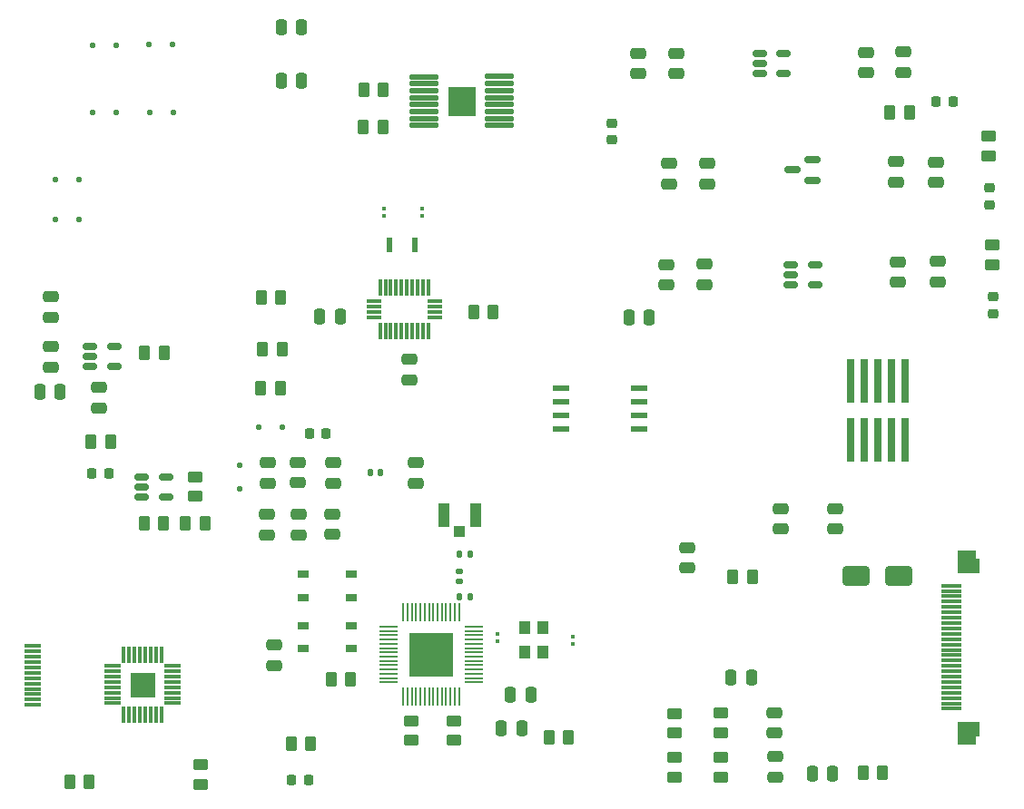
<source format=gbr>
%TF.GenerationSoftware,KiCad,Pcbnew,7.0.6-0*%
%TF.CreationDate,2024-11-22T12:27:14-08:00*%
%TF.ProjectId,OuterBoard_rev2.1,4f757465-7242-46f6-9172-645f72657632,rev?*%
%TF.SameCoordinates,Original*%
%TF.FileFunction,Paste,Top*%
%TF.FilePolarity,Positive*%
%FSLAX46Y46*%
G04 Gerber Fmt 4.6, Leading zero omitted, Abs format (unit mm)*
G04 Created by KiCad (PCBNEW 7.0.6-0) date 2024-11-22 12:27:14*
%MOMM*%
%LPD*%
G01*
G04 APERTURE LIST*
G04 Aperture macros list*
%AMRoundRect*
0 Rectangle with rounded corners*
0 $1 Rounding radius*
0 $2 $3 $4 $5 $6 $7 $8 $9 X,Y pos of 4 corners*
0 Add a 4 corners polygon primitive as box body*
4,1,4,$2,$3,$4,$5,$6,$7,$8,$9,$2,$3,0*
0 Add four circle primitives for the rounded corners*
1,1,$1+$1,$2,$3*
1,1,$1+$1,$4,$5*
1,1,$1+$1,$6,$7*
1,1,$1+$1,$8,$9*
0 Add four rect primitives between the rounded corners*
20,1,$1+$1,$2,$3,$4,$5,0*
20,1,$1+$1,$4,$5,$6,$7,0*
20,1,$1+$1,$6,$7,$8,$9,0*
20,1,$1+$1,$8,$9,$2,$3,0*%
G04 Aperture macros list end*
%ADD10C,0.010000*%
%ADD11RoundRect,0.250000X-0.475000X0.250000X-0.475000X-0.250000X0.475000X-0.250000X0.475000X0.250000X0*%
%ADD12R,1.050000X1.300000*%
%ADD13RoundRect,0.250000X-0.250000X-0.475000X0.250000X-0.475000X0.250000X0.475000X-0.250000X0.475000X0*%
%ADD14RoundRect,0.079500X0.100500X-0.079500X0.100500X0.079500X-0.100500X0.079500X-0.100500X-0.079500X0*%
%ADD15RoundRect,0.250000X0.475000X-0.250000X0.475000X0.250000X-0.475000X0.250000X-0.475000X-0.250000X0*%
%ADD16RoundRect,0.250000X-0.262500X-0.450000X0.262500X-0.450000X0.262500X0.450000X-0.262500X0.450000X0*%
%ADD17RoundRect,0.045000X-1.293000X-0.180000X1.293000X-0.180000X1.293000X0.180000X-1.293000X0.180000X0*%
%ADD18RoundRect,0.046800X-1.291200X-0.187200X1.291200X-0.187200X1.291200X0.187200X-1.291200X0.187200X0*%
%ADD19RoundRect,0.049000X-1.289000X-0.196000X1.289000X-0.196000X1.289000X0.196000X-1.289000X0.196000X0*%
%ADD20R,1.050000X2.200000*%
%ADD21R,1.050000X1.000000*%
%ADD22R,1.620000X0.350000*%
%ADD23RoundRect,0.125000X0.125000X0.125000X-0.125000X0.125000X-0.125000X-0.125000X0.125000X-0.125000X0*%
%ADD24RoundRect,0.250000X0.262500X0.450000X-0.262500X0.450000X-0.262500X-0.450000X0.262500X-0.450000X0*%
%ADD25RoundRect,0.150000X-0.512500X-0.150000X0.512500X-0.150000X0.512500X0.150000X-0.512500X0.150000X0*%
%ADD26R,1.968000X0.312000*%
%ADD27R,1.968000X0.300000*%
%ADD28RoundRect,0.079500X-0.100500X0.079500X-0.100500X-0.079500X0.100500X-0.079500X0.100500X0.079500X0*%
%ADD29RoundRect,0.125000X-0.125000X-0.125000X0.125000X-0.125000X0.125000X0.125000X-0.125000X0.125000X0*%
%ADD30RoundRect,0.218750X0.256250X-0.218750X0.256250X0.218750X-0.256250X0.218750X-0.256250X-0.218750X0*%
%ADD31RoundRect,0.225000X-0.250000X0.225000X-0.250000X-0.225000X0.250000X-0.225000X0.250000X0.225000X0*%
%ADD32RoundRect,0.250000X1.000000X0.650000X-1.000000X0.650000X-1.000000X-0.650000X1.000000X-0.650000X0*%
%ADD33RoundRect,0.250000X0.450000X-0.262500X0.450000X0.262500X-0.450000X0.262500X-0.450000X-0.262500X0*%
%ADD34RoundRect,0.250000X-0.450000X0.262500X-0.450000X-0.262500X0.450000X-0.262500X0.450000X0.262500X0*%
%ADD35RoundRect,0.218750X-0.218750X-0.256250X0.218750X-0.256250X0.218750X0.256250X-0.218750X0.256250X0*%
%ADD36RoundRect,0.147500X-0.147500X-0.172500X0.147500X-0.172500X0.147500X0.172500X-0.147500X0.172500X0*%
%ADD37RoundRect,0.150000X0.587500X0.150000X-0.587500X0.150000X-0.587500X-0.150000X0.587500X-0.150000X0*%
%ADD38RoundRect,0.218750X0.218750X0.256250X-0.218750X0.256250X-0.218750X-0.256250X0.218750X-0.256250X0*%
%ADD39R,0.300000X1.494000*%
%ADD40R,1.456000X0.300000*%
%ADD41RoundRect,0.147500X0.172500X-0.147500X0.172500X0.147500X-0.172500X0.147500X-0.172500X-0.147500X0*%
%ADD42RoundRect,0.033750X-0.101250X0.721750X-0.101250X-0.721750X0.101250X-0.721750X0.101250X0.721750X0*%
%ADD43RoundRect,0.033750X-0.721750X0.101250X-0.721750X-0.101250X0.721750X-0.101250X0.721750X0.101250X0*%
%ADD44RoundRect,0.125000X-0.125000X0.125000X-0.125000X-0.125000X0.125000X-0.125000X0.125000X0.125000X0*%
%ADD45RoundRect,0.140000X-0.140000X-0.170000X0.140000X-0.170000X0.140000X0.170000X-0.140000X0.170000X0*%
%ADD46RoundRect,0.250000X0.250000X0.475000X-0.250000X0.475000X-0.250000X-0.475000X0.250000X-0.475000X0*%
%ADD47R,1.549400X0.558800*%
%ADD48R,0.660400X4.190302*%
%ADD49R,0.990600X0.711200*%
%ADD50R,0.609600X1.397000*%
%ADD51R,0.199200X1.750999*%
%ADD52R,0.191598X1.750999*%
%ADD53R,1.750999X0.199200*%
%ADD54R,1.750999X0.191598*%
%ADD55R,0.223600X1.750999*%
%ADD56R,0.199198X1.750999*%
%ADD57R,1.750999X0.199198*%
%ADD58R,1.750999X0.229600*%
%ADD59R,4.038600X4.038600*%
G04 APERTURE END LIST*
%TO.C,U2*%
D10*
X130388000Y-69069600D02*
X130390000Y-69069600D01*
X130393000Y-69070600D01*
X130395000Y-69070600D01*
X130398000Y-69071600D01*
X130400000Y-69072600D01*
X130403000Y-69073600D01*
X130405000Y-69075600D01*
X130407000Y-69076600D01*
X130409000Y-69078600D01*
X130411000Y-69079600D01*
X130413000Y-69081600D01*
X130415000Y-69083600D01*
X130417000Y-69085600D01*
X130419000Y-69087600D01*
X130420000Y-69089600D01*
X130422000Y-69091600D01*
X130423000Y-69093600D01*
X130425000Y-69095600D01*
X130426000Y-69098600D01*
X130427000Y-69100600D01*
X130428000Y-69103600D01*
X130428000Y-69105600D01*
X130429000Y-69108600D01*
X130429000Y-69110600D01*
X130430000Y-69113600D01*
X130430000Y-69115600D01*
X130430000Y-69118600D01*
X130430000Y-71658600D01*
X130430000Y-71661600D01*
X130430000Y-71663600D01*
X130429000Y-71666600D01*
X130429000Y-71668600D01*
X130428000Y-71671600D01*
X130428000Y-71673600D01*
X130427000Y-71676600D01*
X130426000Y-71678600D01*
X130425000Y-71681600D01*
X130423000Y-71683600D01*
X130422000Y-71685600D01*
X130420000Y-71687600D01*
X130419000Y-71689600D01*
X130417000Y-71691600D01*
X130415000Y-71693600D01*
X130413000Y-71695600D01*
X130411000Y-71697600D01*
X130409000Y-71698600D01*
X130407000Y-71700600D01*
X130405000Y-71701600D01*
X130403000Y-71703600D01*
X130400000Y-71704600D01*
X130398000Y-71705600D01*
X130395000Y-71706600D01*
X130393000Y-71706600D01*
X130390000Y-71707600D01*
X130388000Y-71707600D01*
X130385000Y-71708600D01*
X130383000Y-71708600D01*
X130380000Y-71708600D01*
X127980000Y-71708600D01*
X127977000Y-71708600D01*
X127975000Y-71708600D01*
X127972000Y-71707600D01*
X127970000Y-71707600D01*
X127967000Y-71706600D01*
X127965000Y-71706600D01*
X127962000Y-71705600D01*
X127960000Y-71704600D01*
X127957000Y-71703600D01*
X127955000Y-71701600D01*
X127953000Y-71700600D01*
X127951000Y-71698600D01*
X127949000Y-71697600D01*
X127947000Y-71695600D01*
X127945000Y-71693600D01*
X127943000Y-71691600D01*
X127941000Y-71689600D01*
X127940000Y-71687600D01*
X127938000Y-71685600D01*
X127937000Y-71683600D01*
X127935000Y-71681600D01*
X127934000Y-71678600D01*
X127933000Y-71676600D01*
X127932000Y-71673600D01*
X127932000Y-71671600D01*
X127931000Y-71668600D01*
X127931000Y-71666600D01*
X127930000Y-71663600D01*
X127930000Y-71661600D01*
X127930000Y-71658600D01*
X127930000Y-69118600D01*
X127930000Y-69115600D01*
X127930000Y-69113600D01*
X127931000Y-69110600D01*
X127931000Y-69108600D01*
X127932000Y-69105600D01*
X127932000Y-69103600D01*
X127933000Y-69100600D01*
X127934000Y-69098600D01*
X127935000Y-69095600D01*
X127937000Y-69093600D01*
X127938000Y-69091600D01*
X127940000Y-69089600D01*
X127941000Y-69087600D01*
X127943000Y-69085600D01*
X127945000Y-69083600D01*
X127947000Y-69081600D01*
X127949000Y-69079600D01*
X127951000Y-69078600D01*
X127953000Y-69076600D01*
X127955000Y-69075600D01*
X127957000Y-69073600D01*
X127960000Y-69072600D01*
X127962000Y-69071600D01*
X127965000Y-69070600D01*
X127967000Y-69070600D01*
X127970000Y-69069600D01*
X127972000Y-69069600D01*
X127975000Y-69068600D01*
X127977000Y-69068600D01*
X127980000Y-69068600D01*
X130380000Y-69068600D01*
X130383000Y-69068600D01*
X130385000Y-69068600D01*
X130388000Y-69069600D01*
G36*
X130388000Y-69069600D02*
G01*
X130390000Y-69069600D01*
X130393000Y-69070600D01*
X130395000Y-69070600D01*
X130398000Y-69071600D01*
X130400000Y-69072600D01*
X130403000Y-69073600D01*
X130405000Y-69075600D01*
X130407000Y-69076600D01*
X130409000Y-69078600D01*
X130411000Y-69079600D01*
X130413000Y-69081600D01*
X130415000Y-69083600D01*
X130417000Y-69085600D01*
X130419000Y-69087600D01*
X130420000Y-69089600D01*
X130422000Y-69091600D01*
X130423000Y-69093600D01*
X130425000Y-69095600D01*
X130426000Y-69098600D01*
X130427000Y-69100600D01*
X130428000Y-69103600D01*
X130428000Y-69105600D01*
X130429000Y-69108600D01*
X130429000Y-69110600D01*
X130430000Y-69113600D01*
X130430000Y-69115600D01*
X130430000Y-69118600D01*
X130430000Y-71658600D01*
X130430000Y-71661600D01*
X130430000Y-71663600D01*
X130429000Y-71666600D01*
X130429000Y-71668600D01*
X130428000Y-71671600D01*
X130428000Y-71673600D01*
X130427000Y-71676600D01*
X130426000Y-71678600D01*
X130425000Y-71681600D01*
X130423000Y-71683600D01*
X130422000Y-71685600D01*
X130420000Y-71687600D01*
X130419000Y-71689600D01*
X130417000Y-71691600D01*
X130415000Y-71693600D01*
X130413000Y-71695600D01*
X130411000Y-71697600D01*
X130409000Y-71698600D01*
X130407000Y-71700600D01*
X130405000Y-71701600D01*
X130403000Y-71703600D01*
X130400000Y-71704600D01*
X130398000Y-71705600D01*
X130395000Y-71706600D01*
X130393000Y-71706600D01*
X130390000Y-71707600D01*
X130388000Y-71707600D01*
X130385000Y-71708600D01*
X130383000Y-71708600D01*
X130380000Y-71708600D01*
X127980000Y-71708600D01*
X127977000Y-71708600D01*
X127975000Y-71708600D01*
X127972000Y-71707600D01*
X127970000Y-71707600D01*
X127967000Y-71706600D01*
X127965000Y-71706600D01*
X127962000Y-71705600D01*
X127960000Y-71704600D01*
X127957000Y-71703600D01*
X127955000Y-71701600D01*
X127953000Y-71700600D01*
X127951000Y-71698600D01*
X127949000Y-71697600D01*
X127947000Y-71695600D01*
X127945000Y-71693600D01*
X127943000Y-71691600D01*
X127941000Y-71689600D01*
X127940000Y-71687600D01*
X127938000Y-71685600D01*
X127937000Y-71683600D01*
X127935000Y-71681600D01*
X127934000Y-71678600D01*
X127933000Y-71676600D01*
X127932000Y-71673600D01*
X127932000Y-71671600D01*
X127931000Y-71668600D01*
X127931000Y-71666600D01*
X127930000Y-71663600D01*
X127930000Y-71661600D01*
X127930000Y-71658600D01*
X127930000Y-69118600D01*
X127930000Y-69115600D01*
X127930000Y-69113600D01*
X127931000Y-69110600D01*
X127931000Y-69108600D01*
X127932000Y-69105600D01*
X127932000Y-69103600D01*
X127933000Y-69100600D01*
X127934000Y-69098600D01*
X127935000Y-69095600D01*
X127937000Y-69093600D01*
X127938000Y-69091600D01*
X127940000Y-69089600D01*
X127941000Y-69087600D01*
X127943000Y-69085600D01*
X127945000Y-69083600D01*
X127947000Y-69081600D01*
X127949000Y-69079600D01*
X127951000Y-69078600D01*
X127953000Y-69076600D01*
X127955000Y-69075600D01*
X127957000Y-69073600D01*
X127960000Y-69072600D01*
X127962000Y-69071600D01*
X127965000Y-69070600D01*
X127967000Y-69070600D01*
X127970000Y-69069600D01*
X127972000Y-69069600D01*
X127975000Y-69068600D01*
X127977000Y-69068600D01*
X127980000Y-69068600D01*
X130380000Y-69068600D01*
X130383000Y-69068600D01*
X130385000Y-69068600D01*
X130388000Y-69069600D01*
G37*
%TO.C,J10*%
X177431800Y-129611200D02*
X177081800Y-129611200D01*
X177081800Y-130411200D01*
X175481800Y-130411200D01*
X175481800Y-128311200D01*
X177431800Y-128311200D01*
X177431800Y-129611200D01*
G36*
X177431800Y-129611200D02*
G01*
X177081800Y-129611200D01*
X177081800Y-130411200D01*
X175481800Y-130411200D01*
X175481800Y-128311200D01*
X177431800Y-128311200D01*
X177431800Y-129611200D01*
G37*
X177081800Y-113111200D02*
X177431800Y-113111200D01*
X177431800Y-114411200D01*
X175481800Y-114411200D01*
X175481800Y-112311200D01*
X177081800Y-112311200D01*
X177081800Y-113111200D01*
G36*
X177081800Y-113111200D02*
G01*
X177431800Y-113111200D01*
X177431800Y-114411200D01*
X175481800Y-114411200D01*
X175481800Y-112311200D01*
X177081800Y-112311200D01*
X177081800Y-113111200D01*
G37*
%TO.C,U7*%
X100495600Y-125932000D02*
X98335600Y-125932000D01*
X98335600Y-123772000D01*
X100495600Y-123772000D01*
X100495600Y-125932000D01*
G36*
X100495600Y-125932000D02*
G01*
X98335600Y-125932000D01*
X98335600Y-123772000D01*
X100495600Y-123772000D01*
X100495600Y-125932000D01*
G37*
%TO.C,U9*%
G36*
X128255900Y-121275899D02*
G01*
X127109700Y-121275899D01*
X127109700Y-120129699D01*
X128255900Y-120129699D01*
X128255900Y-121275899D01*
G37*
G36*
X126909700Y-121275899D02*
G01*
X125763500Y-121275899D01*
X125763500Y-120129699D01*
X126909700Y-120129699D01*
X126909700Y-121275899D01*
G37*
G36*
X125563500Y-121275899D02*
G01*
X124417300Y-121275899D01*
X124417300Y-120129699D01*
X125563500Y-120129699D01*
X125563500Y-121275899D01*
G37*
G36*
X128255900Y-122622099D02*
G01*
X127109700Y-122622099D01*
X127109700Y-121475899D01*
X128255900Y-121475899D01*
X128255900Y-122622099D01*
G37*
G36*
X126909700Y-122622099D02*
G01*
X125763500Y-122622099D01*
X125763500Y-121475899D01*
X126909700Y-121475899D01*
X126909700Y-122622099D01*
G37*
G36*
X125563500Y-122622099D02*
G01*
X124417300Y-122622099D01*
X124417300Y-121475899D01*
X125563500Y-121475899D01*
X125563500Y-122622099D01*
G37*
G36*
X128255900Y-123968299D02*
G01*
X127109700Y-123968299D01*
X127109700Y-122822099D01*
X128255900Y-122822099D01*
X128255900Y-123968299D01*
G37*
G36*
X126909700Y-123968299D02*
G01*
X125763500Y-123968299D01*
X125763500Y-122822099D01*
X126909700Y-122822099D01*
X126909700Y-123968299D01*
G37*
G36*
X125563500Y-123968299D02*
G01*
X124417300Y-123968299D01*
X124417300Y-122822099D01*
X125563500Y-122822099D01*
X125563500Y-123968299D01*
G37*
%TD*%
D11*
%TO.C,C16*%
X170357800Y-65809500D03*
X170357800Y-67709500D03*
%TD*%
D12*
%TO.C,Y1*%
X135029000Y-119532400D03*
X135029000Y-121832400D03*
X136779000Y-121832400D03*
X136779000Y-119532400D03*
%TD*%
D13*
%TO.C,C32*%
X133720800Y-125831600D03*
X135620800Y-125831600D03*
%TD*%
D11*
%TO.C,C27*%
X173380400Y-76071100D03*
X173380400Y-77971100D03*
%TD*%
D14*
%TO.C,C43*%
X139547600Y-121035200D03*
X139547600Y-120345200D03*
%TD*%
D15*
%TO.C,C12*%
X163982400Y-110322400D03*
X163982400Y-108422400D03*
%TD*%
D16*
%TO.C,R13*%
X99571800Y-109829600D03*
X101396800Y-109829600D03*
%TD*%
D17*
%TO.C,U2*%
X125692000Y-68113600D03*
X125692000Y-68763600D03*
X125692000Y-69413600D03*
X125692000Y-70063600D03*
X125692000Y-70713600D03*
X125692000Y-71363600D03*
X125692000Y-72013600D03*
D18*
X125692000Y-72654600D03*
D17*
X132668000Y-72663600D03*
X132668000Y-72013600D03*
X132668000Y-71363600D03*
X132668000Y-70713600D03*
X132668000Y-70063600D03*
X132668000Y-69413600D03*
X132668000Y-68763600D03*
D19*
X132668000Y-68093600D03*
%TD*%
D13*
%TO.C,C7*%
X89829600Y-97536000D03*
X91729600Y-97536000D03*
%TD*%
D15*
%TO.C,C9*%
X158953200Y-110347800D03*
X158953200Y-108447800D03*
%TD*%
D14*
%TO.C,C31*%
X125501400Y-81081000D03*
X125501400Y-80391000D03*
%TD*%
D11*
%TO.C,C40*%
X113944400Y-108966000D03*
X113944400Y-110866000D03*
%TD*%
D20*
%TO.C,ANT1*%
X127506200Y-109041200D03*
X130456200Y-109041200D03*
D21*
X128981200Y-110566200D03*
%TD*%
D11*
%TO.C,C39*%
X111048800Y-108966000D03*
X111048800Y-110866000D03*
%TD*%
D22*
%TO.C,J42*%
X89211700Y-121252800D03*
X89211700Y-121752800D03*
X89211700Y-122252800D03*
X89211700Y-122752800D03*
X89211700Y-123252800D03*
X89211700Y-123752800D03*
X89211700Y-124252800D03*
X89211700Y-124752800D03*
X89211700Y-125252800D03*
X89211700Y-125752800D03*
X89211700Y-126252800D03*
X89211700Y-126752800D03*
%TD*%
D11*
%TO.C,C24*%
X169900600Y-85418300D03*
X169900600Y-87318300D03*
%TD*%
%TO.C,C20*%
X148539200Y-76198100D03*
X148539200Y-78098100D03*
%TD*%
%TO.C,C21*%
X151866600Y-85621500D03*
X151866600Y-87521500D03*
%TD*%
%TO.C,FB1*%
X150215600Y-112064800D03*
X150215600Y-113964800D03*
%TD*%
D23*
%TO.C,D15*%
X112471200Y-100787200D03*
X110271200Y-100787200D03*
%TD*%
D11*
%TO.C,C37*%
X117181700Y-104140000D03*
X117181700Y-106040000D03*
%TD*%
%TO.C,C23*%
X111709200Y-121158000D03*
X111709200Y-123058000D03*
%TD*%
D24*
%TO.C,R20*%
X112268000Y-97180400D03*
X110443000Y-97180400D03*
%TD*%
D25*
%TO.C,U3*%
X99344900Y-105476000D03*
X99344900Y-106426000D03*
X99344900Y-107376000D03*
X101619900Y-107376000D03*
X101619900Y-105476000D03*
%TD*%
D11*
%TO.C,C11*%
X145643600Y-65911100D03*
X145643600Y-67811100D03*
%TD*%
%TO.C,C8*%
X95351600Y-97129600D03*
X95351600Y-99029600D03*
%TD*%
D16*
%TO.C,R6*%
X154461200Y-114782600D03*
X156286200Y-114782600D03*
%TD*%
D26*
%TO.C,J10*%
X174897800Y-127105200D03*
D27*
X174897800Y-126611200D03*
X174897800Y-126111200D03*
X174897800Y-125611200D03*
X174897800Y-125111200D03*
X174897800Y-124611200D03*
X174897800Y-124111200D03*
X174897800Y-123611200D03*
X174897800Y-123111200D03*
X174897800Y-122611200D03*
X174897800Y-122111200D03*
X174897800Y-121611200D03*
X174897800Y-121111200D03*
X174897800Y-120611200D03*
X174897800Y-120111200D03*
X174897800Y-119611200D03*
X174897800Y-119111200D03*
X174897800Y-118611200D03*
X174897800Y-118111200D03*
X174897800Y-117611200D03*
X174897800Y-117111200D03*
X174897800Y-116611200D03*
X174897800Y-116111200D03*
X174897800Y-115611200D03*
%TD*%
D28*
%TO.C,C45*%
X132486400Y-120142000D03*
X132486400Y-120832000D03*
%TD*%
D29*
%TO.C,D2*%
X94751800Y-71424800D03*
X96951800Y-71424800D03*
%TD*%
D30*
%TO.C,D11*%
X178790600Y-90242600D03*
X178790600Y-88667600D03*
%TD*%
D24*
%TO.C,R3*%
X121869200Y-69342000D03*
X120044200Y-69342000D03*
%TD*%
D13*
%TO.C,C42*%
X132872400Y-128930400D03*
X134772400Y-128930400D03*
%TD*%
D29*
%TO.C,D3*%
X100017400Y-65125600D03*
X102217400Y-65125600D03*
%TD*%
D31*
%TO.C,C5*%
X143230600Y-72440800D03*
X143230600Y-73990800D03*
%TD*%
D32*
%TO.C,D7*%
X169970200Y-114731800D03*
X165970200Y-114731800D03*
%TD*%
D33*
%TO.C,R23*%
X178689000Y-85668500D03*
X178689000Y-83843500D03*
%TD*%
%TO.C,R7*%
X153314400Y-129360300D03*
X153314400Y-127535300D03*
%TD*%
D34*
%TO.C,R26*%
X104800400Y-132334000D03*
X104800400Y-134159000D03*
%TD*%
D35*
%TO.C,D13*%
X94691000Y-105156000D03*
X96266000Y-105156000D03*
%TD*%
%TO.C,D9*%
X113309200Y-133756400D03*
X114884200Y-133756400D03*
%TD*%
D24*
%TO.C,R25*%
X96418400Y-102158800D03*
X94593400Y-102158800D03*
%TD*%
D36*
%TO.C,L2*%
X120645200Y-105054400D03*
X121615200Y-105054400D03*
%TD*%
D14*
%TO.C,C30*%
X121945400Y-81117000D03*
X121945400Y-80427000D03*
%TD*%
D33*
%TO.C,R8*%
X153314400Y-133473200D03*
X153314400Y-131648200D03*
%TD*%
D11*
%TO.C,C29*%
X124307600Y-94513400D03*
X124307600Y-96413400D03*
%TD*%
D15*
%TO.C,C14*%
X158394400Y-133487200D03*
X158394400Y-131587200D03*
%TD*%
D25*
%TO.C,U4*%
X156957600Y-65946700D03*
X156957600Y-66896700D03*
X156957600Y-67846700D03*
X159232600Y-67846700D03*
X159232600Y-65946700D03*
%TD*%
D11*
%TO.C,C4*%
X90855800Y-93319600D03*
X90855800Y-95219600D03*
%TD*%
%TO.C,C26*%
X173609000Y-85367500D03*
X173609000Y-87267500D03*
%TD*%
D33*
%TO.C,R4*%
X104343200Y-107285800D03*
X104343200Y-105460800D03*
%TD*%
D24*
%TO.C,R5*%
X168427400Y-133121400D03*
X166602400Y-133121400D03*
%TD*%
D37*
%TO.C,U6*%
X161911200Y-77767900D03*
X161911200Y-75867900D03*
X160036200Y-76817900D03*
%TD*%
D11*
%TO.C,C25*%
X169672000Y-76041500D03*
X169672000Y-77941500D03*
%TD*%
D13*
%TO.C,C2*%
X112374600Y-68453000D03*
X114274600Y-68453000D03*
%TD*%
D11*
%TO.C,C41*%
X117144800Y-108955800D03*
X117144800Y-110855800D03*
%TD*%
%TO.C,C36*%
X113893600Y-104114600D03*
X113893600Y-106014600D03*
%TD*%
D33*
%TO.C,R24*%
X178308000Y-75483000D03*
X178308000Y-73658000D03*
%TD*%
D16*
%TO.C,R27*%
X92610300Y-133908800D03*
X94435300Y-133908800D03*
%TD*%
D38*
%TO.C,D14*%
X116535200Y-101396800D03*
X114960200Y-101396800D03*
%TD*%
D34*
%TO.C,R31*%
X124460000Y-128219200D03*
X124460000Y-130044200D03*
%TD*%
D13*
%TO.C,C18*%
X154320200Y-124206000D03*
X156220200Y-124206000D03*
%TD*%
D33*
%TO.C,R9*%
X149021800Y-129383800D03*
X149021800Y-127558800D03*
%TD*%
D34*
%TO.C,R10*%
X148996400Y-131673600D03*
X148996400Y-133498600D03*
%TD*%
D11*
%TO.C,C22*%
X152095200Y-76198100D03*
X152095200Y-78098100D03*
%TD*%
D16*
%TO.C,R14*%
X103432600Y-109829600D03*
X105257600Y-109829600D03*
%TD*%
%TO.C,R18*%
X130305800Y-90043000D03*
X132130800Y-90043000D03*
%TD*%
D39*
%TO.C,U8*%
X121573900Y-87780800D03*
D40*
X120995900Y-89077800D03*
X120995900Y-89577800D03*
X120995900Y-90077800D03*
X120995900Y-90577800D03*
D39*
X121573900Y-91874800D03*
X122073900Y-91874800D03*
X122573900Y-91874800D03*
X123073900Y-91874800D03*
X123573900Y-91874800D03*
X124073900Y-91874800D03*
X124573900Y-91874800D03*
X125073900Y-91874800D03*
X125573900Y-91874800D03*
X126073900Y-91874800D03*
D40*
X126651900Y-90577800D03*
X126651900Y-90077800D03*
X126651900Y-89577800D03*
X126651900Y-89077800D03*
D39*
X126073900Y-87780800D03*
X125573900Y-87780800D03*
X125073900Y-87780800D03*
X124573900Y-87780800D03*
X124073900Y-87780800D03*
X123573900Y-87780800D03*
X123073900Y-87780800D03*
X122573900Y-87780800D03*
X122073900Y-87780800D03*
%TD*%
D11*
%TO.C,C38*%
X124891800Y-104165400D03*
X124891800Y-106065400D03*
%TD*%
D41*
%TO.C,L1*%
X128981200Y-115219200D03*
X128981200Y-114249200D03*
%TD*%
D16*
%TO.C,R15*%
X113287800Y-130352800D03*
X115112800Y-130352800D03*
%TD*%
D24*
%TO.C,R16*%
X112316900Y-88696800D03*
X110491900Y-88696800D03*
%TD*%
D42*
%TO.C,U7*%
X101165600Y-122051500D03*
X100665600Y-122051500D03*
X100165600Y-122051500D03*
X99665600Y-122051500D03*
X99165600Y-122051500D03*
X98665600Y-122051500D03*
X98165600Y-122051500D03*
X97665600Y-122051500D03*
D43*
X96615100Y-123102000D03*
X96615100Y-123602000D03*
X96615100Y-124102000D03*
X96615100Y-124602000D03*
X96615100Y-125102000D03*
X96615100Y-125602000D03*
X96615100Y-126102000D03*
X96615100Y-126602000D03*
D42*
X97665600Y-127652500D03*
X98165600Y-127652500D03*
X98665600Y-127652500D03*
X99165600Y-127652500D03*
X99665600Y-127652500D03*
X100165600Y-127652500D03*
X100665600Y-127652500D03*
X101165600Y-127652500D03*
D43*
X102216100Y-126602000D03*
X102216100Y-126102000D03*
X102216100Y-125602000D03*
X102216100Y-125102000D03*
X102216100Y-124602000D03*
X102216100Y-124102000D03*
X102216100Y-123602000D03*
X102216100Y-123102000D03*
%TD*%
D44*
%TO.C,D8*%
X108458000Y-104343200D03*
X108458000Y-106543200D03*
%TD*%
D24*
%TO.C,R2*%
X121843800Y-72796400D03*
X120018800Y-72796400D03*
%TD*%
D29*
%TO.C,D1*%
X94777200Y-65151000D03*
X96977200Y-65151000D03*
%TD*%
D45*
%TO.C,C35*%
X128986400Y-116662200D03*
X129946400Y-116662200D03*
%TD*%
D46*
%TO.C,C44*%
X146669800Y-90551000D03*
X144769800Y-90551000D03*
%TD*%
D47*
%TO.C,U11*%
X138455400Y-97155000D03*
X138455400Y-98425000D03*
X138455400Y-99695000D03*
X138455400Y-100965000D03*
X145719800Y-100965000D03*
X145719800Y-99695000D03*
X145719800Y-98425000D03*
X145719800Y-97155000D03*
%TD*%
D25*
%TO.C,U5*%
X159904000Y-85636700D03*
X159904000Y-86586700D03*
X159904000Y-87536700D03*
X162179000Y-87536700D03*
X162179000Y-85636700D03*
%TD*%
D30*
%TO.C,D12*%
X178409600Y-80059000D03*
X178409600Y-78484000D03*
%TD*%
D11*
%TO.C,C10*%
X149174200Y-65926300D03*
X149174200Y-67826300D03*
%TD*%
D16*
%TO.C,R1*%
X99593400Y-93853000D03*
X101418400Y-93853000D03*
%TD*%
D15*
%TO.C,C3*%
X90830400Y-90571400D03*
X90830400Y-88671400D03*
%TD*%
D35*
%TO.C,D10*%
X173431000Y-70408800D03*
X175006000Y-70408800D03*
%TD*%
D11*
%TO.C,C19*%
X148259800Y-85632100D03*
X148259800Y-87532100D03*
%TD*%
D15*
%TO.C,C17*%
X158343600Y-129372400D03*
X158343600Y-127472400D03*
%TD*%
D16*
%TO.C,R19*%
X137339700Y-129794000D03*
X139164700Y-129794000D03*
%TD*%
D11*
%TO.C,C13*%
X166878000Y-65824700D03*
X166878000Y-67724700D03*
%TD*%
D23*
%TO.C,D5*%
X93522800Y-77724000D03*
X91322800Y-77724000D03*
%TD*%
D16*
%TO.C,R17*%
X110593500Y-93573600D03*
X112418500Y-93573600D03*
%TD*%
D23*
%TO.C,D6*%
X93505200Y-81432400D03*
X91305200Y-81432400D03*
%TD*%
D48*
%TO.C,J11*%
X165430200Y-96545749D03*
X166700200Y-96545749D03*
X167970200Y-96545749D03*
X169240200Y-96545749D03*
X170510200Y-96545749D03*
X165430200Y-102007447D03*
X166700200Y-102007447D03*
X167970200Y-102007447D03*
X169240200Y-102007447D03*
X170510200Y-102007447D03*
%TD*%
D49*
%TO.C,SW2*%
X114393150Y-119346401D03*
X118893152Y-119346401D03*
X114393150Y-121496399D03*
X118893152Y-121496399D03*
%TD*%
D13*
%TO.C,C1*%
X112374600Y-63474600D03*
X114274600Y-63474600D03*
%TD*%
D25*
%TO.C,U1*%
X94499000Y-93294200D03*
X94499000Y-94244200D03*
X94499000Y-95194200D03*
X96774000Y-95194200D03*
X96774000Y-93294200D03*
%TD*%
D45*
%TO.C,C33*%
X128986400Y-112674400D03*
X129946400Y-112674400D03*
%TD*%
D23*
%TO.C,D4*%
X102260400Y-71450200D03*
X100060400Y-71450200D03*
%TD*%
D24*
%TO.C,R12*%
X118819300Y-124333000D03*
X116994300Y-124333000D03*
%TD*%
D49*
%TO.C,SW1*%
X114393150Y-114575301D03*
X118893152Y-114575301D03*
X114393150Y-116725299D03*
X118893152Y-116725299D03*
%TD*%
D24*
%TO.C,R22*%
X170942000Y-71424800D03*
X169117000Y-71424800D03*
%TD*%
D11*
%TO.C,C34*%
X111099600Y-104140000D03*
X111099600Y-106040000D03*
%TD*%
D34*
%TO.C,R11*%
X128498600Y-128221100D03*
X128498600Y-130046100D03*
%TD*%
D46*
%TO.C,C28*%
X117866200Y-90500200D03*
X115966200Y-90500200D03*
%TD*%
D50*
%TO.C,XTAL1*%
X124841000Y-83794600D03*
X122453400Y-83794600D03*
%TD*%
D46*
%TO.C,C15*%
X163779200Y-133197600D03*
X161879200Y-133197600D03*
%TD*%
D51*
%TO.C,U9*%
X128936600Y-118098499D03*
X128536601Y-118098499D03*
X128136599Y-118098499D03*
X127736600Y-118098499D03*
X127336601Y-118098499D03*
X126936599Y-118098499D03*
X126536600Y-118098499D03*
X126136600Y-118098499D03*
D52*
X125732801Y-118098499D03*
D51*
X125336599Y-118098499D03*
X124936600Y-118098499D03*
X124536601Y-118098499D03*
X124136599Y-118098499D03*
X123736600Y-118098499D03*
D53*
X122386100Y-119448999D03*
X122386100Y-119848998D03*
X122386100Y-120249000D03*
X122386100Y-120648999D03*
X122386100Y-121048998D03*
D54*
X122386100Y-121445200D03*
D53*
X122386100Y-121848999D03*
X122386100Y-122248999D03*
X122386100Y-122648998D03*
X122386100Y-123049000D03*
X122386100Y-123448999D03*
X122386100Y-123848998D03*
X122386100Y-124249000D03*
X122386100Y-124648999D03*
D51*
X123736600Y-125999499D03*
X124136599Y-125999499D03*
X124536601Y-125999499D03*
D55*
X124924400Y-125999499D03*
D51*
X125336599Y-125999499D03*
X125736601Y-125999499D03*
X126136600Y-125999499D03*
X126536600Y-125999499D03*
X126936599Y-125999499D03*
X127336601Y-125999499D03*
X127736600Y-125999499D03*
D56*
X128136598Y-125999499D03*
D51*
X128536601Y-125999499D03*
X128936600Y-125999499D03*
D53*
X130287100Y-124648999D03*
X130287100Y-124249000D03*
X130287100Y-123848998D03*
X130287100Y-123448999D03*
X130287100Y-123049000D03*
X130287100Y-122648998D03*
X130287100Y-122248999D03*
X130287100Y-121848999D03*
D57*
X130287100Y-121449001D03*
D53*
X130287100Y-121048998D03*
D58*
X130287100Y-120664199D03*
D53*
X130287100Y-120249000D03*
X130287100Y-119848998D03*
X130287100Y-119448999D03*
D59*
X126336600Y-122048999D03*
%TD*%
M02*

</source>
